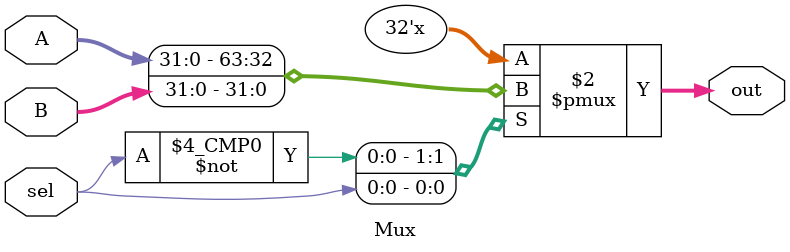
<source format=v>
module Mux(
    input sel,
    input  [31:0] A,
    input  [31:0] B,
    output reg [31:0] out
);
    always @(*) begin
        case (sel)
            1'b0 : out <= A;
            1'b1 : out <= B;
        endcase
    end
endmodule
</source>
